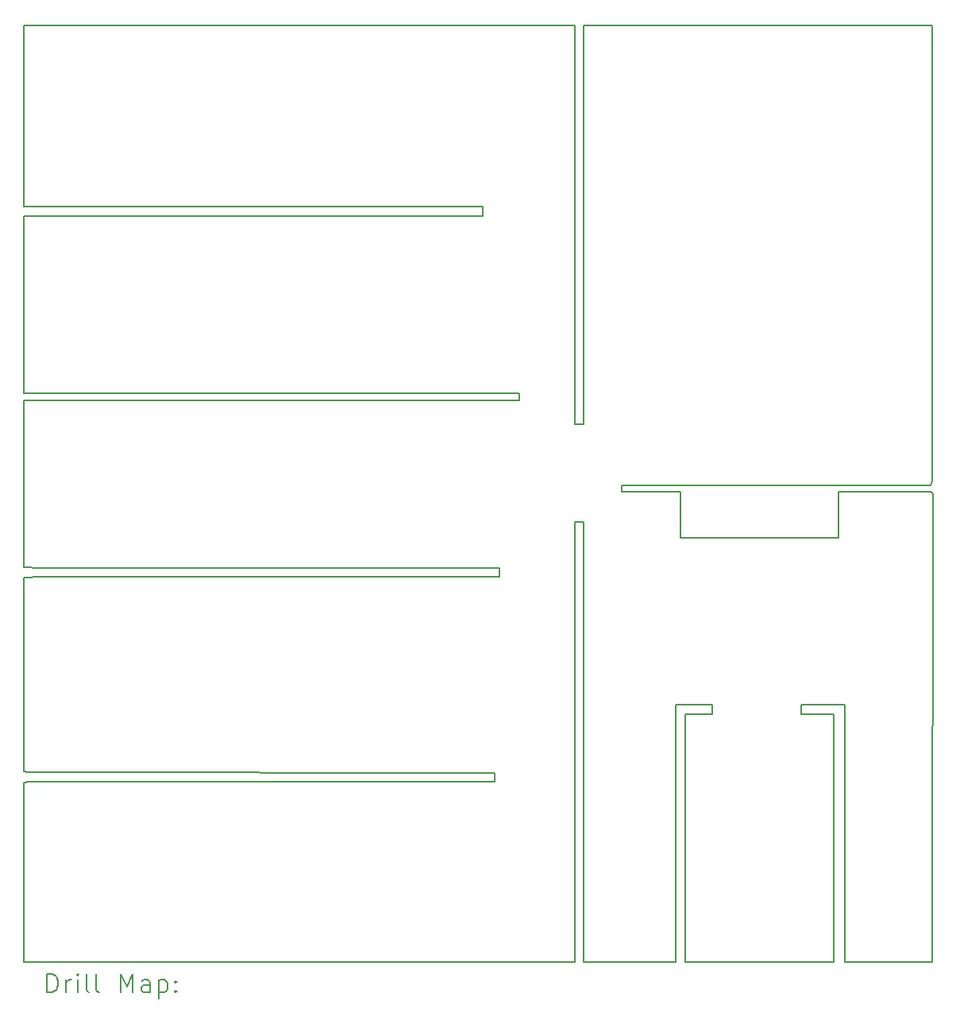
<source format=gbr>
%TF.GenerationSoftware,KiCad,Pcbnew,7.0.7*%
%TF.CreationDate,2023-11-05T18:49:40-05:00*%
%TF.ProjectId,MaisonEtape1,4d616973-6f6e-4457-9461-7065312e6b69,rev?*%
%TF.SameCoordinates,Original*%
%TF.FileFunction,Drillmap*%
%TF.FilePolarity,Positive*%
%FSLAX45Y45*%
G04 Gerber Fmt 4.5, Leading zero omitted, Abs format (unit mm)*
G04 Created by KiCad (PCBNEW 7.0.7) date 2023-11-05 18:49:40*
%MOMM*%
%LPD*%
G01*
G04 APERTURE LIST*
%ADD10C,0.200000*%
G04 APERTURE END LIST*
D10*
X15232380Y-8432800D02*
X15329189Y-8432800D01*
X15328500Y-4179000D01*
X19044800Y-4178300D01*
X19044800Y-6661150D01*
X19044800Y-9042400D01*
X19024600Y-9082751D01*
X17716500Y-9082751D01*
X15735300Y-9082751D01*
X15735300Y-9154160D01*
X16357600Y-9154160D01*
X16357600Y-9639300D01*
X18046700Y-9639300D01*
X18046700Y-9154160D01*
X19024600Y-9154160D01*
X19050000Y-9169400D01*
X19044800Y-14165600D01*
X18110200Y-14165580D01*
X18110200Y-13610400D01*
X18112740Y-11419840D01*
X17983200Y-11417300D01*
X17650460Y-11417300D01*
X17650460Y-11521440D01*
X17995900Y-11521440D01*
X17995900Y-14161537D01*
X16415100Y-14166260D01*
X16415505Y-12048330D01*
X16416020Y-11521440D01*
X16700500Y-11521440D01*
X16700500Y-11419840D01*
X16309340Y-11419840D01*
X16308840Y-13602320D01*
X16309340Y-14163040D01*
X15328900Y-14163040D01*
X15328900Y-9474200D01*
X15232091Y-9474200D01*
X15232380Y-14163446D01*
X9362300Y-14165600D01*
X9362500Y-12252000D01*
X9415500Y-12243000D01*
X14377700Y-12242800D01*
X14377700Y-12145991D01*
X9405500Y-12141000D01*
X9360412Y-12128476D01*
X9358500Y-10066000D01*
X9537700Y-10058400D01*
X14427200Y-10058400D01*
X14427200Y-9961591D01*
X9537700Y-9961591D01*
X9360331Y-9955999D01*
X9359500Y-8180000D01*
X14643100Y-8179409D01*
X14643100Y-8102600D01*
X9361500Y-8102000D01*
X9359900Y-6210300D01*
X14251940Y-6210300D01*
X14251940Y-6108700D01*
X9362440Y-6108700D01*
X9362300Y-4178300D01*
X12269400Y-4178300D01*
X15232500Y-4178000D01*
X15232380Y-8432800D01*
X9609277Y-14487744D02*
X9609277Y-14287744D01*
X9609277Y-14287744D02*
X9656896Y-14287744D01*
X9656896Y-14287744D02*
X9685467Y-14297268D01*
X9685467Y-14297268D02*
X9704515Y-14316315D01*
X9704515Y-14316315D02*
X9714039Y-14335363D01*
X9714039Y-14335363D02*
X9723563Y-14373458D01*
X9723563Y-14373458D02*
X9723563Y-14402029D01*
X9723563Y-14402029D02*
X9714039Y-14440125D01*
X9714039Y-14440125D02*
X9704515Y-14459172D01*
X9704515Y-14459172D02*
X9685467Y-14478220D01*
X9685467Y-14478220D02*
X9656896Y-14487744D01*
X9656896Y-14487744D02*
X9609277Y-14487744D01*
X9809277Y-14487744D02*
X9809277Y-14354410D01*
X9809277Y-14392506D02*
X9818801Y-14373458D01*
X9818801Y-14373458D02*
X9828324Y-14363934D01*
X9828324Y-14363934D02*
X9847372Y-14354410D01*
X9847372Y-14354410D02*
X9866420Y-14354410D01*
X9933086Y-14487744D02*
X9933086Y-14354410D01*
X9933086Y-14287744D02*
X9923563Y-14297268D01*
X9923563Y-14297268D02*
X9933086Y-14306791D01*
X9933086Y-14306791D02*
X9942610Y-14297268D01*
X9942610Y-14297268D02*
X9933086Y-14287744D01*
X9933086Y-14287744D02*
X9933086Y-14306791D01*
X10056896Y-14487744D02*
X10037848Y-14478220D01*
X10037848Y-14478220D02*
X10028324Y-14459172D01*
X10028324Y-14459172D02*
X10028324Y-14287744D01*
X10161658Y-14487744D02*
X10142610Y-14478220D01*
X10142610Y-14478220D02*
X10133086Y-14459172D01*
X10133086Y-14459172D02*
X10133086Y-14287744D01*
X10390229Y-14487744D02*
X10390229Y-14287744D01*
X10390229Y-14287744D02*
X10456896Y-14430601D01*
X10456896Y-14430601D02*
X10523563Y-14287744D01*
X10523563Y-14287744D02*
X10523563Y-14487744D01*
X10704515Y-14487744D02*
X10704515Y-14382982D01*
X10704515Y-14382982D02*
X10694991Y-14363934D01*
X10694991Y-14363934D02*
X10675944Y-14354410D01*
X10675944Y-14354410D02*
X10637848Y-14354410D01*
X10637848Y-14354410D02*
X10618801Y-14363934D01*
X10704515Y-14478220D02*
X10685467Y-14487744D01*
X10685467Y-14487744D02*
X10637848Y-14487744D01*
X10637848Y-14487744D02*
X10618801Y-14478220D01*
X10618801Y-14478220D02*
X10609277Y-14459172D01*
X10609277Y-14459172D02*
X10609277Y-14440125D01*
X10609277Y-14440125D02*
X10618801Y-14421077D01*
X10618801Y-14421077D02*
X10637848Y-14411553D01*
X10637848Y-14411553D02*
X10685467Y-14411553D01*
X10685467Y-14411553D02*
X10704515Y-14402029D01*
X10799753Y-14354410D02*
X10799753Y-14554410D01*
X10799753Y-14363934D02*
X10818801Y-14354410D01*
X10818801Y-14354410D02*
X10856896Y-14354410D01*
X10856896Y-14354410D02*
X10875944Y-14363934D01*
X10875944Y-14363934D02*
X10885467Y-14373458D01*
X10885467Y-14373458D02*
X10894991Y-14392506D01*
X10894991Y-14392506D02*
X10894991Y-14449648D01*
X10894991Y-14449648D02*
X10885467Y-14468696D01*
X10885467Y-14468696D02*
X10875944Y-14478220D01*
X10875944Y-14478220D02*
X10856896Y-14487744D01*
X10856896Y-14487744D02*
X10818801Y-14487744D01*
X10818801Y-14487744D02*
X10799753Y-14478220D01*
X10980705Y-14468696D02*
X10990229Y-14478220D01*
X10990229Y-14478220D02*
X10980705Y-14487744D01*
X10980705Y-14487744D02*
X10971182Y-14478220D01*
X10971182Y-14478220D02*
X10980705Y-14468696D01*
X10980705Y-14468696D02*
X10980705Y-14487744D01*
X10980705Y-14363934D02*
X10990229Y-14373458D01*
X10990229Y-14373458D02*
X10980705Y-14382982D01*
X10980705Y-14382982D02*
X10971182Y-14373458D01*
X10971182Y-14373458D02*
X10980705Y-14363934D01*
X10980705Y-14363934D02*
X10980705Y-14382982D01*
M02*

</source>
